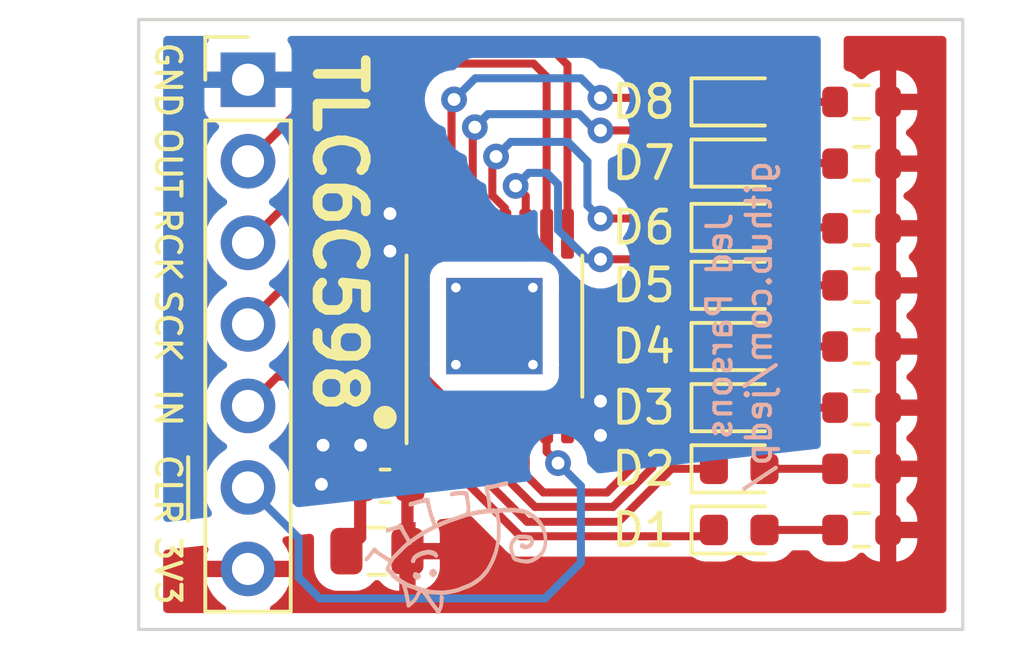
<source format=kicad_pcb>
(kicad_pcb (version 20211014) (generator pcbnew)
  (layers (0 "F.Cu" signal) (31 "B.Cu" signal) (34 "B.Paste" user) (35 "F.Paste" user) (36 "B.SilkS" user "B.Silkscreen") (37 "F.SilkS" user "F.Silkscreen") (38 "B.Mask" user) (39 "F.Mask" user) (44 "Edge.Cuts" user))
  (net 0 "")
  (net 1 "GND")
  (net 2 "+3V3")
  (net 3 "Net-(D1-Pad1)")
  (net 4 "Net-(D1-Pad2)")
  (net 5 "Net-(D2-Pad1)")
  (net 6 "Net-(D2-Pad2)")
  (net 7 "Net-(D3-Pad1)")
  (net 8 "Net-(D3-Pad2)")
  (net 9 "Net-(D4-Pad1)")
  (net 10 "Net-(D4-Pad2)")
  (net 11 "Net-(D5-Pad1)")
  (net 12 "Net-(D5-Pad2)")
  (net 13 "Net-(D6-Pad1)")
  (net 14 "Net-(D6-Pad2)")
  (net 15 "Net-(D7-Pad1)")
  (net 16 "Net-(D7-Pad2)")
  (net 17 "Net-(D8-Pad1)")
  (net 18 "Net-(D8-Pad2)")
  (net 19 "/SER_OUT")
  (net 20 "/LED_DRIVER.RCK")
  (net 21 "/LED_DRIVER.SER_IN")
  (net 22 "/LED_DRIVER.SRCK")
  (net 23 "/LED_DRIVER.~{CLR}")
  (footprint "Resistor_SMD:R_0603_1608Metric" (layer "F.Cu") (at 144.78 75.565 180)
    (fp_text reference "R8" hide)
    (fp_text value "330")
    (pad "1" smd roundrect (at -0.825 0 180) (size 0.8 0.95) (layers "F.Cu" "F.Paste" "F.Mask") (net 2 "+3V3"))
    (pad "2" smd roundrect (at 0.825 0 180) (size 0.8 0.95) (layers "F.Cu" "F.Paste" "F.Mask") (net 18 "Net-(D8-Pad2)"))
  )
  (footprint "Resistor_SMD:R_0603_1608Metric" (layer "F.Cu") (at 144.78 81.28 180)
    (fp_text reference "R5" hide)
    (fp_text value "330")
    (pad "1" smd roundrect (at -0.825 0 180) (size 0.8 0.95) (layers "F.Cu" "F.Paste" "F.Mask") (net 2 "+3V3"))
    (pad "2" smd roundrect (at 0.825 0 180) (size 0.8 0.95) (layers "F.Cu" "F.Paste" "F.Mask") (net 12 "Net-(D5-Pad2)"))
  )
  (footprint "Resistor_SMD:R_0603_1608Metric" (layer "F.Cu") (at 144.78 85.09 180)
    (fp_text reference "R3" hide)
    (fp_text value "330")
    (pad "1" smd roundrect (at -0.825 0 180) (size 0.8 0.95) (layers "F.Cu" "F.Paste" "F.Mask") (net 2 "+3V3"))
    (pad "2" smd roundrect (at 0.825 0 180) (size 0.8 0.95) (layers "F.Cu" "F.Paste" "F.Mask") (net 8 "Net-(D3-Pad2)"))
  )
  (footprint "Capacitor_SMD:C_0603_1608Metric" (layer "F.Cu") (at 129.9464 87.5284)
    (fp_text reference "C2" hide)
    (fp_text value "0.1uF")
    (pad "1" smd roundrect (at -0.775 0) (size 0.9 0.95) (layers "F.Cu" "F.Paste" "F.Mask") (net 1 "GND"))
    (pad "2" smd roundrect (at 0.775 0) (size 0.9 0.95) (layers "F.Cu" "F.Paste" "F.Mask") (net 2 "+3V3"))
  )
  (footprint "Resistor_SMD:R_0603_1608Metric" (layer "F.Cu") (at 144.78 86.995 180)
    (fp_text reference "R2" hide)
    (fp_text value "330")
    (pad "1" smd roundrect (at -0.825 0 180) (size 0.8 0.95) (layers "F.Cu" "F.Paste" "F.Mask") (net 2 "+3V3"))
    (pad "2" smd roundrect (at 0.825 0 180) (size 0.8 0.95) (layers "F.Cu" "F.Paste" "F.Mask") (net 6 "Net-(D2-Pad2)"))
  )
  (footprint "LED_SMD:LED_0603_1608Metric" (layer "F.Cu") (at 140.97 85.09)
    (fp_text reference "D3" (at -1.905 0) (layer "F.SilkS") (effects (justify right)))
    (fp_text value "LED_Small")
    (pad "1" smd roundrect (at -0.7875 0) (size 0.875 0.95) (layers "F.Cu" "F.Paste" "F.Mask") (net 7 "Net-(D3-Pad1)"))
    (pad "2" smd roundrect (at 0.7875 0) (size 0.875 0.95) (layers "F.Cu" "F.Paste" "F.Mask") (net 8 "Net-(D3-Pad2)"))
  )
  (footprint "LED_SMD:LED_0603_1608Metric" (layer "F.Cu") (at 140.97 86.995)
    (fp_text reference "D2" (at -1.905 0) (layer "F.SilkS") (effects (justify right)))
    (fp_text value "LED_Small")
    (pad "1" smd roundrect (at -0.7875 0) (size 0.875 0.95) (layers "F.Cu" "F.Paste" "F.Mask") (net 5 "Net-(D2-Pad1)"))
    (pad "2" smd roundrect (at 0.7875 0) (size 0.875 0.95) (layers "F.Cu" "F.Paste" "F.Mask") (net 6 "Net-(D2-Pad2)"))
  )
  (footprint "Connector_PinHeader_2.54mm:PinHeader_1x07_P2.54mm_Vertical" (layer "F.Cu") (at 125.6792 74.8742)
    (fp_text reference "J1" hide)
    (fp_text value "Conn_01x07_Female")
    (pad "1" thru_hole rect (at 0 0) (size 1.7 1.7) (drill 1) (layers *.Cu *.Mask) (net 1 "GND"))
    (pad "2" thru_hole oval (at 0 2.54) (size 1.7 1.7) (drill 1) (layers *.Cu *.Mask) (net 19 "/SER_OUT"))
    (pad "3" thru_hole oval (at 0 5.08) (size 1.7 1.7) (drill 1) (layers *.Cu *.Mask) (net 20 "/LED_DRIVER.RCK"))
    (pad "4" thru_hole oval (at 0 7.62) (size 1.7 1.7) (drill 1) (layers *.Cu *.Mask) (net 22 "/LED_DRIVER.SRCK"))
    (pad "5" thru_hole oval (at 0 10.16) (size 1.7 1.7) (drill 1) (layers *.Cu *.Mask) (net 21 "/LED_DRIVER.SER_IN"))
    (pad "6" thru_hole oval (at 0 12.7) (size 1.7 1.7) (drill 1) (layers *.Cu *.Mask) (net 23 "/LED_DRIVER.~{CLR}"))
    (pad "7" thru_hole oval (at 0 15.24) (size 1.7 1.7) (drill 1) (layers *.Cu *.Mask) (net 2 "+3V3"))
  )
  (footprint "Resistor_SMD:R_0603_1608Metric" (layer "F.Cu") (at 144.78 77.4875 180)
    (fp_text reference "R7" hide)
    (fp_text value "330")
    (pad "1" smd roundrect (at -0.825 0 180) (size 0.8 0.95) (layers "F.Cu" "F.Paste" "F.Mask") (net 2 "+3V3"))
    (pad "2" smd roundrect (at 0.825 0 180) (size 0.8 0.95) (layers "F.Cu" "F.Paste" "F.Mask") (net 16 "Net-(D7-Pad2)"))
  )
  (footprint "LED_SMD:LED_0603_1608Metric" (layer "F.Cu") (at 140.97 88.9)
    (fp_text reference "D1" (at -1.905 0) (layer "F.SilkS") (effects (justify right)))
    (fp_text value "LED_Small")
    (pad "1" smd roundrect (at -0.7875 0) (size 0.875 0.95) (layers "F.Cu" "F.Paste" "F.Mask") (net 3 "Net-(D1-Pad1)"))
    (pad "2" smd roundrect (at 0.7875 0) (size 0.875 0.95) (layers "F.Cu" "F.Paste" "F.Mask") (net 4 "Net-(D1-Pad2)"))
  )
  (footprint "LED_SMD:LED_0603_1608Metric" (layer "F.Cu") (at 140.97 79.475)
    (fp_text reference "D6" (at -1.905 0.005) (layer "F.SilkS") (effects (justify right)))
    (fp_text value "LED_Small")
    (pad "1" smd roundrect (at -0.7875 0) (size 0.875 0.95) (layers "F.Cu" "F.Paste" "F.Mask") (net 13 "Net-(D6-Pad1)"))
    (pad "2" smd roundrect (at 0.7875 0) (size 0.875 0.95) (layers "F.Cu" "F.Paste" "F.Mask") (net 14 "Net-(D6-Pad2)"))
  )
  (footprint "Package_SO:TSSOP-16-1EP_4.4x5mm_P0.65mm_EP3x3mm_ThermalVias" (layer "F.Cu") (at 133.35 82.55 90)
    (fp_text reference "U1" hide)
    (fp_text value "TLC6C598")
    (pad "1" smd roundrect (at -2.875 -2.275 90) (size 1.55 0.4) (layers "F.Cu" "F.Paste" "F.Mask") (net 2 "+3V3"))
    (pad "2" smd roundrect (at -2.875 -1.625 90) (size 1.55 0.4) (layers "F.Cu" "F.Paste" "F.Mask") (net 21 "/LED_DRIVER.SER_IN"))
    (pad "3" smd roundrect (at -2.875 -0.975 90) (size 1.55 0.4) (layers "F.Cu" "F.Paste" "F.Mask") (net 3 "Net-(D1-Pad1)"))
    (pad "4" smd roundrect (at -2.875 -0.325 90) (size 1.55 0.4) (layers "F.Cu" "F.Paste" "F.Mask") (net 5 "Net-(D2-Pad1)"))
    (pad "5" smd roundrect (at -2.875 0.325 90) (size 1.55 0.4) (layers "F.Cu" "F.Paste" "F.Mask") (net 7 "Net-(D3-Pad1)"))
    (pad "6" smd roundrect (at -2.875 0.975 90) (size 1.55 0.4) (layers "F.Cu" "F.Paste" "F.Mask") (net 9 "Net-(D4-Pad1)"))
    (pad "7" smd roundrect (at -2.875 1.625 90) (size 1.55 0.4) (layers "F.Cu" "F.Paste" "F.Mask") (net 23 "/LED_DRIVER.~{CLR}"))
    (pad "8" smd roundrect (at -2.875 2.275 90) (size 1.55 0.4) (layers "F.Cu" "F.Paste" "F.Mask") (net 1 "GND"))
    (pad "9" smd roundrect (at 2.875 2.275 90) (size 1.55 0.4) (layers "F.Cu" "F.Paste" "F.Mask") (net 19 "/SER_OUT"))
    (pad "10" smd roundrect (at 2.875 1.625 90) (size 1.55 0.4) (layers "F.Cu" "F.Paste" "F.Mask") (net 20 "/LED_DRIVER.RCK"))
    (pad "11" smd roundrect (at 2.875 0.975 90) (size 1.55 0.4) (layers "F.Cu" "F.Paste" "F.Mask") (net 11 "Net-(D5-Pad1)"))
    (pad "12" smd roundrect (at 2.875 0.325 90) (size 1.55 0.4) (layers "F.Cu" "F.Paste" "F.Mask") (net 13 "Net-(D6-Pad1)"))
    (pad "13" smd roundrect (at 2.875 -0.325 90) (size 1.55 0.4) (layers "F.Cu" "F.Paste" "F.Mask") (net 15 "Net-(D7-Pad1)"))
    (pad "14" smd roundrect (at 2.875 -0.975 90) (size 1.55 0.4) (layers "F.Cu" "F.Paste" "F.Mask") (net 17 "Net-(D8-Pad1)"))
    (pad "15" smd roundrect (at 2.875 -1.625 90) (size 1.55 0.4) (layers "F.Cu" "F.Paste" "F.Mask") (net 22 "/LED_DRIVER.SRCK"))
    (pad "16" smd roundrect (at 2.875 -2.275 90) (size 1.55 0.4) (layers "F.Cu" "F.Paste" "F.Mask") (net 1 "GND"))
    (pad "17" thru_hole circle (at 1.2 -1.2 90) (size 0.6 0.6) (drill 0.3) (layers *.Cu))
    (pad "17" thru_hole circle (at -1.2 1.2 90) (size 0.6 0.6) (drill 0.3) (layers *.Cu))
    (pad "17" smd rect (at 0 0 90) (size 3 3) (layers "B.Cu"))
    (pad "17" thru_hole circle (at 1.2 1.2 90) (size 0.6 0.6) (drill 0.3) (layers *.Cu))
    (pad "17" thru_hole circle (at -1.2 -1.2 90) (size 0.6 0.6) (drill 0.3) (layers *.Cu))
    (pad "17" smd rect (at 0 0 90) (size 3 3) (layers "F.Cu" "F.Mask"))
  )
  (footprint "Resistor_SMD:R_0603_1608Metric" (layer "F.Cu") (at 144.78 83.185 180)
    (fp_text reference "R4" hide)
    (fp_text value "330")
    (pad "1" smd roundrect (at -0.825 0 180) (size 0.8 0.95) (layers "F.Cu" "F.Paste" "F.Mask") (net 2 "+3V3"))
    (pad "2" smd roundrect (at 0.825 0 180) (size 0.8 0.95) (layers "F.Cu" "F.Paste" "F.Mask") (net 10 "Net-(D4-Pad2)"))
  )
  (footprint "LED_SMD:LED_0603_1608Metric" (layer "F.Cu") (at 140.97 75.565)
    (fp_text reference "D8" (at -1.905 0) (layer "F.SilkS") (effects (justify right)))
    (fp_text value "LED_Small")
    (pad "1" smd roundrect (at -0.7875 0) (size 0.875 0.95) (layers "F.Cu" "F.Paste" "F.Mask") (net 17 "Net-(D8-Pad1)"))
    (pad "2" smd roundrect (at 0.7875 0) (size 0.875 0.95) (layers "F.Cu" "F.Paste" "F.Mask") (net 18 "Net-(D8-Pad2)"))
  )
  (footprint "LED_SMD:LED_0603_1608Metric" (layer "F.Cu") (at 140.97 83.185)
    (fp_text reference "D4" (at -1.905 0) (layer "F.SilkS") (effects (justify right)))
    (fp_text value "LED_Small")
    (pad "1" smd roundrect (at -0.7875 0) (size 0.875 0.95) (layers "F.Cu" "F.Paste" "F.Mask") (net 9 "Net-(D4-Pad1)"))
    (pad "2" smd roundrect (at 0.7875 0) (size 0.875 0.95) (layers "F.Cu" "F.Paste" "F.Mask") (net 10 "Net-(D4-Pad2)"))
  )
  (footprint "LED_SMD:LED_0603_1608Metric" (layer "F.Cu") (at 140.97 77.47)
    (fp_text reference "D7" (at -1.905 0) (layer "F.SilkS") (effects (justify right)))
    (fp_text value "LED_Small")
    (pad "1" smd roundrect (at -0.7875 0) (size 0.875 0.95) (layers "F.Cu" "F.Paste" "F.Mask") (net 15 "Net-(D7-Pad1)"))
    (pad "2" smd roundrect (at 0.7875 0) (size 0.875 0.95) (layers "F.Cu" "F.Paste" "F.Mask") (net 16 "Net-(D7-Pad2)"))
  )
  (footprint "Resistor_SMD:R_0603_1608Metric" (layer "F.Cu") (at 144.78 88.9 180)
    (fp_text reference "R1" hide)
    (fp_text value "330")
    (pad "1" smd roundrect (at -0.825 0 180) (size 0.8 0.95) (layers "F.Cu" "F.Paste" "F.Mask") (net 2 "+3V3"))
    (pad "2" smd roundrect (at 0.825 0 180) (size 0.8 0.95) (layers "F.Cu" "F.Paste" "F.Mask") (net 4 "Net-(D1-Pad2)"))
  )
  (footprint "LED_SMD:LED_0603_1608Metric" (layer "F.Cu") (at 140.97 81.28)
    (fp_text reference "D5" (at -1.905 0) (layer "F.SilkS") (effects (justify right)))
    (fp_text value "LED_Small")
    (pad "1" smd roundrect (at -0.7875 0) (size 0.875 0.95) (layers "F.Cu" "F.Paste" "F.Mask") (net 11 "Net-(D5-Pad1)"))
    (pad "2" smd roundrect (at 0.7875 0) (size 0.875 0.95) (layers "F.Cu" "F.Paste" "F.Mask") (net 12 "Net-(D5-Pad2)"))
  )
  (footprint "Capacitor_SMD:C_0805_2012Metric" (layer "F.Cu") (at 129.6924 89.5604)
    (fp_text reference "C1" hide)
    (fp_text value "1uF")
    (pad "1" smd roundrect (at -0.95 0) (size 1 1.45) (layers "F.Cu" "F.Paste" "F.Mask") (net 1 "GND"))
    (pad "2" smd roundrect (at 0.95 0) (size 1 1.45) (layers "F.Cu" "F.Paste" "F.Mask") (net 2 "+3V3"))
  )
  (footprint "Resistor_SMD:R_0603_1608Metric" (layer "F.Cu") (at 144.78 79.502 180)
    (fp_text reference "R6" hide)
    (fp_text value "330")
    (pad "1" smd roundrect (at -0.825 0 180) (size 0.8 0.95) (layers "F.Cu" "F.Paste" "F.Mask") (net 2 "+3V3"))
    (pad "2" smd roundrect (at 0.825 0 180) (size 0.8 0.95) (layers "F.Cu" "F.Paste" "F.Mask") (net 14 "Net-(D6-Pad2)"))
  )
  (footprint "LOGO" (layer "B.Cu") (at 132.214707 89.376033)
    (fp_text reference "G***" hide)
    (fp_text value "LOGO" hide)
  )
  (gr_circle (center 129.9464 85.3948) (end 130.233768 85.3948) (layer "F.SilkS") (width 0.15) (fill solid))
  (gr_rect (start 122.2756 72.9996) (end 147.9296 91.9988) (layer "Edge.Cuts") (width 0.1) (fill none))
  (gr_text "Jed Parsons\ngithub.com/jedp/" (at 140.97 82.55 90) (layer "B.SilkS") (effects (font (size 0.762 0.762) (thickness 0.127)) (justify mirror)))
  (gr_text "RCK" (at 123.19 80.01 270) (layer "F.SilkS") (effects (font (size 0.762 0.762) (thickness 0.127))))
  (gr_text "~{CLR}" (at 123.19 87.63 270) (layer "F.SilkS") (effects (font (size 0.762 0.762) (thickness 0.127))))
  (gr_text "SCK" (at 123.19 82.55 270) (layer "F.SilkS") (effects (font (size 0.762 0.762) (thickness 0.127))))
  (gr_text "OUT" (at 123.19 77.47 270) (layer "F.SilkS") (effects (font (size 0.762 0.762) (thickness 0.127))))
  (gr_text "3V3" (at 123.19 90.17 270) (layer "F.SilkS") (effects (font (size 0.762 0.762) (thickness 0.127))))
  (gr_text "GND" (at 123.19 74.8792 270) (layer "F.SilkS") (effects (font (size 0.762 0.762) (thickness 0.127))))
  (gr_text "TLC6C598" (at 128.524 79.6544 270) (layer "F.SilkS") (effects (font (size 1.5 1.5) (thickness 0.3))))
  (gr_text "IN" (at 123.19 85.09 270) (layer "F.SilkS") (effects (font (size 0.762 0.762) (thickness 0.127))))
  (segment (start 129.1714 89.1314) (end 128.7424 89.5604) (width 0.381) (layer "F.Cu") (net 1))
  (segment (start 128.016 87.5284) (end 127.9652 87.4776) (width 0.381) (layer "F.Cu") (net 1))
  (segment (start 130.5368 80.2132) (end 131.075 79.675) (width 0.381) (layer "F.Cu") (net 1))
  (segment (start 129.1714 87.5284) (end 129.1714 86.2714) (width 0.381) (layer "F.Cu") (net 1))
  (segment (start 129.1714 87.4138) (end 128.016 86.2584) (width 0.381) (layer "F.Cu") (net 1))
  (segment (start 136.1632 84.8868) (end 135.625 85.425) (width 0.381) (layer "F.Cu") (net 1))
  (segment (start 129.1714 86.2714) (end 129.1844 86.2584) (width 0.381) (layer "F.Cu") (net 1))
  (segment (start 130.0988 79.0448) (end 130.4448 79.0448) (width 0.381) (layer "F.Cu") (net 1))
  (segment (start 130.0988 80.2132) (end 130.5368 80.2132) (width 0.381) (layer "F.Cu") (net 1))
  (segment (start 136.1536 85.9536) (end 135.625 85.425) (width 0.381) (layer "F.Cu") (net 1))
  (segment (start 129.1714 87.5284) (end 128.016 87.5284) (width 0.381) (layer "F.Cu") (net 1))
  (segment (start 129.1714 87.5284) (end 129.1714 89.1314) (width 0.381) (layer "F.Cu") (net 1))
  (segment (start 136.652 84.8868) (end 136.1632 84.8868) (width 0.381) (layer "F.Cu") (net 1))
  (segment (start 129.1714 87.5284) (end 129.1714 87.4138) (width 0.381) (layer "F.Cu") (net 1))
  (segment (start 136.652 85.9536) (end 136.1536 85.9536) (width 0.381) (layer "F.Cu") (net 1))
  (segment (start 130.4448 79.0448) (end 131.075 79.675) (width 0.381) (layer "F.Cu") (net 1))
  (via (at 129.1844 86.2584) (size 0.8) (drill 0.4) (layers "F.Cu" "B.Cu") (net 1))
  (via (at 136.652 84.8868) (size 0.8) (drill 0.4) (layers "F.Cu" "B.Cu") (net 1))
  (via (at 128.016 86.2584) (size 0.8) (drill 0.4) (layers "F.Cu" "B.Cu") (net 1))
  (via (at 127.9652 87.4776) (size 0.8) (drill 0.4) (layers "F.Cu" "B.Cu") (net 1))
  (via (at 130.0988 80.2132) (size 0.8) (drill 0.4) (layers "F.Cu" "B.Cu") (net 1))
  (via (at 130.0988 79.0448) (size 0.8) (drill 0.4) (layers "F.Cu" "B.Cu") (net 1))
  (via (at 136.652 85.9536) (size 0.8) (drill 0.4) (layers "F.Cu" "B.Cu") (net 1))
  (segment (start 131.075 85.425) (end 131.075 87.1748) (width 0.381) (layer "F.Cu") (net 2))
  (segment (start 131.075 87.1748) (end 130.7214 87.5284) (width 0.381) (layer "F.Cu") (net 2))
  (segment (start 130.6424 87.6074) (end 130.7214 87.5284) (width 0.381) (layer "F.Cu") (net 2))
  (segment (start 130.6424 89.5604) (end 130.6424 87.6074) (width 0.381) (layer "F.Cu") (net 2))
  (segment (start 132.375 87.3154) (end 134.1556 89.096) (width 0.25) (layer "F.Cu") (net 3))
  (segment (start 132.375 85.425) (end 132.375 87.3154) (width 0.25) (layer "F.Cu") (net 3))
  (segment (start 134.1556 89.096) (end 139.9865 89.096) (width 0.25) (layer "F.Cu") (net 3))
  (segment (start 139.9865 89.096) (end 140.1825 88.9) (width 0.25) (layer "F.Cu") (net 3))
  (segment (start 141.7575 88.9) (end 143.955 88.9) (width 0.25) (layer "F.Cu") (net 4))
  (segment (start 133.025 87.305) (end 133.025 85.425) (width 0.25) (layer "F.Cu") (net 5))
  (segment (start 134.366 88.646) (end 133.025 87.305) (width 0.25) (layer "F.Cu") (net 5))
  (segment (start 138.864592 86.995) (end 137.213592 88.646) (width 0.25) (layer "F.Cu") (net 5))
  (segment (start 137.213592 88.646) (end 134.366 88.646) (width 0.25) (layer "F.Cu") (net 5))
  (segment (start 140.1825 86.995) (end 138.864592 86.995) (width 0.25) (layer "F.Cu") (net 5))
  (segment (start 141.7575 86.995) (end 143.955 86.995) (width 0.25) (layer "F.Cu") (net 6))
  (segment (start 137.041596 88.1816) (end 134.6128 88.1816) (width 0.25) (layer "F.Cu") (net 7))
  (segment (start 138.8872 85.09) (end 138.2704 85.7068) (width 0.25) (layer "F.Cu") (net 7))
  (segment (start 138.2704 85.7068) (end 138.2704 86.952796) (width 0.25) (layer "F.Cu") (net 7))
  (segment (start 138.2704 86.952796) (end 137.041596 88.1816) (width 0.25) (layer "F.Cu") (net 7))
  (segment (start 134.6128 88.1816) (end 133.675 87.2438) (width 0.25) (layer "F.Cu") (net 7))
  (segment (start 140.1825 85.09) (end 138.8872 85.09) (width 0.25) (layer "F.Cu") (net 7))
  (segment (start 133.675 87.2438) (end 133.675 85.425) (width 0.25) (layer "F.Cu") (net 7))
  (segment (start 141.7575 85.09) (end 143.955 85.09) (width 0.25) (layer "F.Cu") (net 8))
  (segment (start 136.8552 87.7316) (end 137.8204 86.7664) (width 0.25) (layer "F.Cu") (net 9))
  (segment (start 139.065 83.185) (end 140.1825 83.185) (width 0.25) (layer "F.Cu") (net 9))
  (segment (start 134.325 87.163) (end 134.3152 87.1728) (width 0.25) (layer "F.Cu") (net 9))
  (segment (start 134.874 87.7316) (end 136.8552 87.7316) (width 0.25) (layer "F.Cu") (net 9))
  (segment (start 134.325 85.425) (end 134.325 87.163) (width 0.25) (layer "F.Cu") (net 9))
  (segment (start 137.8204 84.4296) (end 139.065 83.185) (width 0.25) (layer "F.Cu") (net 9))
  (segment (start 134.3152 87.1728) (end 134.874 87.7316) (width 0.25) (layer "F.Cu") (net 9))
  (segment (start 137.8204 86.7664) (end 137.8204 84.4296) (width 0.25) (layer "F.Cu") (net 9))
  (segment (start 141.7575 83.185) (end 143.955 83.185) (width 0.25) (layer "F.Cu") (net 10))
  (segment (start 136.652 80.4672) (end 139.3697 80.4672) (width 0.25) (layer "F.Cu") (net 11))
  (segment (start 134.325 79.675) (end 134.325 78.4958) (width 0.25) (layer "F.Cu") (net 11))
  (segment (start 134.325 78.4958) (end 134.0104 78.1812) (width 0.25) (layer "F.Cu") (net 11))
  (segment (start 139.3697 80.4672) (end 140.1825 81.28) (width 0.25) (layer "F.Cu") (net 11))
  (via (at 136.652 80.4672) (size 0.8) (drill 0.4) (layers "F.Cu" "B.Cu") (net 11))
  (via (at 134.0104 78.1812) (size 0.8) (drill 0.4) (layers "F.Cu" "B.Cu") (net 11))
  (segment (start 134.9756 77.7748) (end 134.4168 77.7748) (width 0.25) (layer "B.Cu") (net 11))
  (segment (start 134.4168 77.7748) (end 134.0104 78.1812) (width 0.25) (layer "B.Cu") (net 11))
  (segment (start 135.3312 79.5528) (end 135.3312 78.1304) (width 0.25) (layer "B.Cu") (net 11))
  (segment (start 136.652 80.4672) (end 136.2456 80.4672) (width 0.25) (layer "B.Cu") (net 11))
  (segment (start 136.2456 80.4672) (end 135.3312 79.5528) (width 0.25) (layer "B.Cu") (net 11))
  (segment (start 135.3312 78.1304) (end 134.9756 77.7748) (width 0.25) (layer "B.Cu") (net 11))
  (segment (start 141.7575 81.28) (end 143.955 81.28) (width 0.25) (layer "F.Cu") (net 12))
  (segment (start 133.4008 77.2668) (end 133.2854 77.3822) (width 0.25) (layer "F.Cu") (net 13))
  (segment (start 136.652 79.1972) (end 139.9047 79.1972) (width 0.25) (layer "F.Cu") (net 13))
  (segment (start 139.9047 79.1972) (end 140.1825 79.475) (width 0.25) (layer "F.Cu") (net 13))
  (segment (start 133.2854 77.3822) (end 133.2854 78.481505) (width 0.25) (layer "F.Cu") (net 13))
  (segment (start 133.2854 78.481505) (end 133.675 78.871105) (width 0.25) (layer "F.Cu") (net 13))
  (segment (start 133.675 78.871105) (end 133.675 79.675) (width 0.25) (layer "F.Cu") (net 13))
  (via (at 133.4008 77.2668) (size 0.8) (drill 0.4) (layers "F.Cu" "B.Cu") (net 13))
  (via (at 136.652 79.1972) (size 0.8) (drill 0.4) (layers "F.Cu" "B.Cu") (net 13))
  (segment (start 133.858 76.8096) (end 133.4008 77.2668) (width 0.25) (layer "B.Cu") (net 13))
  (segment (start 136.2456 77.4192) (end 135.636 76.8096) (width 0.25) (layer "B.Cu") (net 13))
  (segment (start 136.2456 78.7908) (end 136.2456 77.4192) (width 0.25) (layer "B.Cu") (net 13))
  (segment (start 135.636 76.8096) (end 133.858 76.8096) (width 0.25) (layer "B.Cu") (net 13))
  (segment (start 136.652 79.1972) (end 136.2456 78.7908) (width 0.25) (layer "B.Cu") (net 13))
  (segment (start 143.928 79.475) (end 143.955 79.502) (width 0.25) (layer "F.Cu") (net 14))
  (segment (start 141.7575 79.475) (end 143.928 79.475) (width 0.25) (layer "F.Cu") (net 14))
  (segment (start 132.6758 76.417) (end 132.6758 78.508301) (width 0.25) (layer "F.Cu") (net 15))
  (segment (start 139.1665 76.454) (end 140.1825 77.47) (width 0.25) (layer "F.Cu") (net 15))
  (segment (start 136.652 76.454) (end 139.1665 76.454) (width 0.25) (layer "F.Cu") (net 15))
  (segment (start 133.05255 79.64745) (end 133.025 79.675) (width 0.25) (layer "F.Cu") (net 15))
  (segment (start 132.6758 78.508301) (end 133.05255 78.885051) (width 0.25) (layer "F.Cu") (net 15))
  (segment (start 133.05255 78.885051) (end 133.05255 79.64745) (width 0.25) (layer "F.Cu") (net 15))
  (segment (start 132.7404 76.3524) (end 132.6758 76.417) (width 0.25) (layer "F.Cu") (net 15))
  (via (at 132.7404 76.3524) (size 0.8) (drill 0.4) (layers "F.Cu" "B.Cu") (net 15))
  (via (at 136.652 76.454) (size 0.8) (drill 0.4) (layers "F.Cu" "B.Cu") (net 15))
  (segment (start 136.4996 76.454) (end 135.9916 75.946) (width 0.25) (layer "B.Cu") (net 15))
  (segment (start 136.652 76.454) (end 136.4996 76.454) (width 0.25) (layer "B.Cu") (net 15))
  (segment (start 135.9916 75.946) (end 133.1468 75.946) (width 0.25) (layer "B.Cu") (net 15))
  (segment (start 133.1468 75.946) (end 132.7404 76.3524) (width 0.25) (layer "B.Cu") (net 15))
  (segment (start 141.7575 77.47) (end 143.9375 77.47) (width 0.25) (layer "F.Cu") (net 16))
  (segment (start 143.9375 77.47) (end 143.955 77.4875) (width 0.25) (layer "F.Cu") (net 16))
  (segment (start 132.0154 75.5672) (end 132.0154 77.8692) (width 0.25) (layer "F.Cu") (net 17))
  (segment (start 132.2258 78.694697) (end 132.429552 78.898449) (width 0.25) (layer "F.Cu") (net 17))
  (segment (start 132.2258 78.0796) (end 132.2258 78.694697) (width 0.25) (layer "F.Cu") (net 17))
  (segment (start 132.375 78.953001) (end 132.429552 78.898449) (width 0.25) (layer "F.Cu") (net 17))
  (segment (start 132.375 79.675) (end 132.375 78.953001) (width 0.25) (layer "F.Cu") (net 17))
  (segment (start 140.0555 75.438) (end 140.1825 75.565) (width 0.25) (layer "F.Cu") (net 17))
  (segment (start 136.652 75.438) (end 140.0555 75.438) (width 0.25) (layer "F.Cu") (net 17))
  (segment (start 132.0938 75.4888) (end 132.0154 75.5672) (width 0.25) (layer "F.Cu") (net 17))
  (segment (start 132.0154 77.8692) (end 132.2258 78.0796) (width 0.25) (layer "F.Cu") (net 17))
  (via (at 132.0938 75.4888) (size 0.8) (drill 0.4) (layers "F.Cu" "B.Cu") (net 17))
  (via (at 136.652 75.438) (size 0.8) (drill 0.4) (layers "F.Cu" "B.Cu") (net 17))
  (segment (start 136.652 75.438) (end 136.0424 74.8284) (width 0.25) (layer "B.Cu") (net 17))
  (segment (start 132.7542 74.8284) (end 132.0938 75.4888) (width 0.25) (layer "B.Cu") (net 17))
  (segment (start 136.0424 74.8284) (end 132.7542 74.8284) (width 0.25) (layer "B.Cu") (net 17))
  (segment (start 141.7575 75.565) (end 143.955 75.565) (width 0.25) (layer "F.Cu") (net 18))
  (segment (start 129.2302 73.8632) (end 125.6792 77.4142) (width 0.25) (layer "F.Cu") (net 19))
  (segment (start 135.625 79.675) (end 135.625 74.411) (width 0.25) (layer "F.Cu") (net 19))
  (segment (start 135.625 74.411) (end 135.0772 73.8632) (width 0.25) (layer "F.Cu") (net 19))
  (segment (start 135.0772 73.8632) (end 129.2302 73.8632) (width 0.25) (layer "F.Cu") (net 19))
  (segment (start 131.2622 74.3712) (end 134.5692 74.3712) (width 0.25) (layer "F.Cu") (net 20))
  (segment (start 134.975 74.777) (end 134.975 79.675) (width 0.25) (layer "F.Cu") (net 20))
  (segment (start 134.5692 74.3712) (end 134.975 74.777) (width 0.25) (layer "F.Cu") (net 20))
  (segment (start 125.6792 79.9542) (end 131.2622 74.3712) (width 0.25) (layer "F.Cu") (net 20))
  (segment (start 131.1656 84.1248) (end 126.5886 84.1248) (width 0.25) (layer "F.Cu") (net 21))
  (segment (start 131.725 85.425) (end 131.725 84.6842) (width 0.25) (layer "F.Cu") (net 21))
  (segment (start 126.5886 84.1248) (end 125.6792 85.0342) (width 0.25) (layer "F.Cu") (net 21))
  (segment (start 131.725 84.6842) (end 131.1656 84.1248) (width 0.25) (layer "F.Cu") (net 21))
  (segment (start 131.725 79.675) (end 131.725 78.3342) (width 0.25) (layer "F.Cu") (net 22))
  (segment (start 131.725 78.3342) (end 131.1656 77.7748) (width 0.25) (layer "F.Cu") (net 22))
  (segment (start 131.1656 77.7748) (end 130.343495 77.7748) (width 0.25) (layer "F.Cu") (net 22))
  (segment (start 130.343495 77.7748) (end 125.6792 82.439095) (width 0.25) (layer "F.Cu") (net 22))
  (segment (start 125.6792 82.439095) (end 125.6792 82.4942) (width 0.25) (layer "F.Cu") (net 22))
  (segment (start 134.975 86.461) (end 135.3312 86.8172) (width 0.25) (layer "F.Cu") (net 23))
  (segment (start 134.975 85.425) (end 134.975 86.461) (width 0.25) (layer "F.Cu") (net 23))
  (via (at 135.3312 86.8172) (size 0.8) (drill 0.4) (layers "F.Cu" "B.Cu") (net 23))
  (segment (start 135.3312 86.8172) (end 136.0424 87.5284) (width 0.25) (layer "B.Cu") (net 23))
  (segment (start 125.6792 87.5742) (end 127.254 89.149) (width 0.25) (layer "B.Cu") (net 23))
  (segment (start 136.0424 87.5284) (end 136.0424 89.916) (width 0.25) (layer "B.Cu") (net 23))
  (segment (start 127.254 89.149) (end 127.254 90.3732) (width 0.25) (layer "B.Cu") (net 23))
  (segment (start 134.9248 91.0336) (end 136.0424 89.916) (width 0.25) (layer "B.Cu") (net 23))
  (segment (start 127.254 90.3732) (end 127.9144 91.0336) (width 0.25) (layer "B.Cu") (net 23))
  (segment (start 127.9144 91.0336) (end 134.9248 91.0336) (width 0.25) (layer "B.Cu") (net 23))
  (zone (net 2) (net_name "+3V3") (layer "F.Cu") (connect_pads (clearance 0.508)) (min_thickness 0.254) (fill yes (thermal_gap 0.508) (thermal_bridge_width 0.508))
    (polygon (pts (xy 149.86 92.71) (xy 121.8184 92.71) (xy 121.8184 89.662) (xy 144.223413 87.172075) (xy 144.2212 72.39) (xy 149.86 72.39)))
  )
  (zone (net 1) (net_name "GND") (layer "B.Cu") (connect_pads (clearance 0.508)) (min_thickness 0.254) (fill yes (thermal_gap 0.508) (thermal_bridge_width 0.508))
    (polygon (pts (xy 143.51 86.36) (xy 121.8692 88.7984) (xy 121.8692 72.39) (xy 143.51 72.39)))
  )
)
</source>
